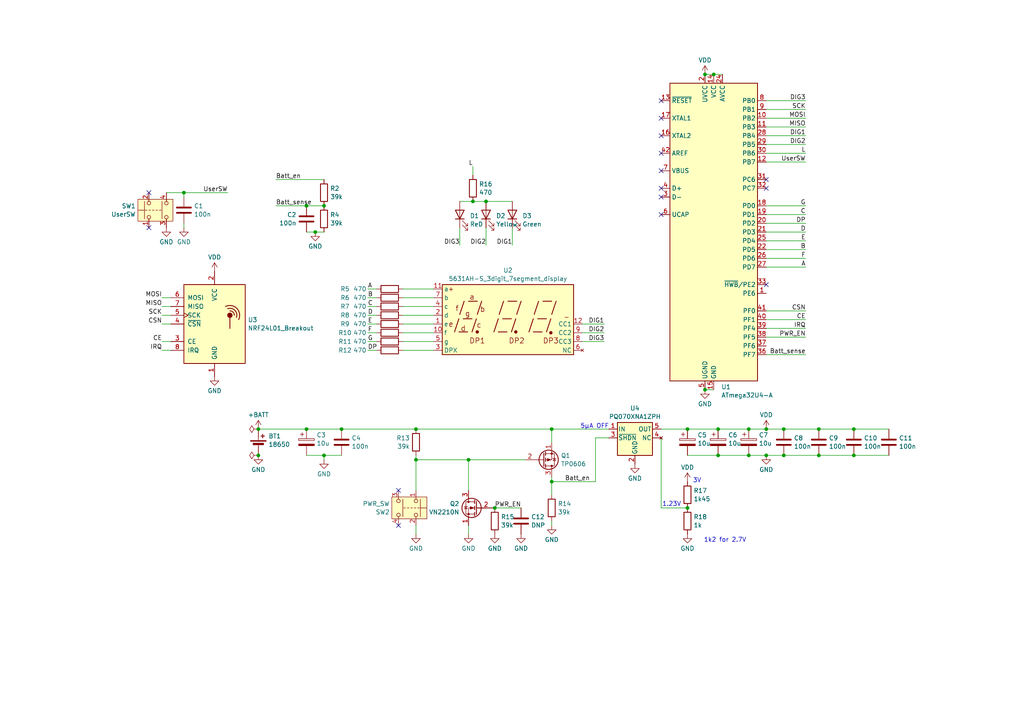
<source format=kicad_sch>
(kicad_sch (version 20231120) (generator "eeschema") (generator_version "8.0")
  (paper "A4")
  (lib_symbols
    (symbol "Device:Battery_Cell" (pin_numbers hide) (pin_names (offset 0) hide)
      (property "Reference" "BT" (at 2.54 2.54 0))
      (property "Value" "Battery_Cell" (at 2.54 0 0))
      (symbol "Battery_Cell_0_1"
        (rectangle (start -2.286 1.778) (end 2.286 1.524) (fill (type outline)))
        (rectangle (start -1.524 1.016) (end 1.524 0.508) (fill (type outline)))
        (polyline (pts (xy 0 0.762) (xy 0 0)))
        (polyline (pts (xy 0 1.778) (xy 0 2.54)))
        (polyline (pts (xy 0.762 3.048) (xy 1.778 3.048)) (stroke (width 0.254)))
        (polyline (pts (xy 1.27 3.556) (xy 1.27 2.54)) (stroke (width 0.254)))
      )
      (symbol "Battery_Cell_1_1"
        (pin passive line (at 0 5.08 270) (length 2.54) (name "+") (number "1"))
        (pin passive line (at 0 -2.54 90) (length 2.54) (name "-") (number "2"))
      )
    )
    (symbol "Device:C" (pin_numbers hide) (pin_names (offset 0.254))
      (property "Reference" "C" (at 0.635 2.54 0))
      (property "Value" "C" (at 0.635 -2.54 0))
      (symbol "C_0_1"
        (polyline (pts (xy -2.032 -0.762) (xy 2.032 -0.762)) (stroke (width 0.508)))
        (polyline (pts (xy -2.032 0.762) (xy 2.032 0.762)) (stroke (width 0.508)))
      )
      (symbol "C_1_1"
        (pin passive line (at 0 3.81 270) (length 2.794) (name "~") (number "1"))
        (pin passive line (at 0 -3.81 90) (length 2.794) (name "~") (number "2"))
      )
    )
    (symbol "Device:C_Polarized" (pin_numbers hide) (pin_names (offset 0.254))
      (property "Reference" "C" (at 0.635 2.54 0))
      (property "Value" "C_Polarized" (at 0.635 -2.54 0))
      (symbol "C_Polarized_0_1"
        (rectangle (start -2.286 0.508) (end 2.286 1.016))
        (polyline (pts (xy -1.778 2.286) (xy -0.762 2.286)))
        (polyline (pts (xy -1.27 2.794) (xy -1.27 1.778)))
        (rectangle (start 2.286 -0.508) (end -2.286 -1.016) (fill (type outline)))
      )
      (symbol "C_Polarized_1_1"
        (pin passive line (at 0 3.81 270) (length 2.794) (name "~") (number "1"))
        (pin passive line (at 0 -3.81 90) (length 2.794) (name "~") (number "2"))
      )
    )
    (symbol "Device:LED" (pin_numbers hide) (pin_names (offset 1.016) hide)
      (property "Reference" "D" (at 0 2.54 0))
      (property "Value" "LED" (at 0 -2.54 0))
      (symbol "LED_0_1"
        (polyline (pts (xy -1.27 -1.27) (xy -1.27 1.27)) (stroke (width 0.254)))
        (polyline (pts (xy -1.27 0) (xy 1.27 0)))
        (polyline (pts (xy 1.27 -1.27) (xy 1.27 1.27) (xy -1.27 0) (xy 1.27 -1.27)) (stroke (width 0.254)))
        (polyline (pts (xy -3.048 -0.762) (xy -4.572 -2.286) (xy -3.81 -2.286) (xy -4.572 -2.286) (xy -4.572 -1.524)))
        (polyline (pts (xy -1.778 -0.762) (xy -3.302 -2.286) (xy -2.54 -2.286) (xy -3.302 -2.286) (xy -3.302 -1.524)))
      )
      (symbol "LED_1_1"
        (pin passive line (at -3.81 0 0) (length 2.54) (name "K") (number "1"))
        (pin passive line (at 3.81 0 180) (length 2.54) (name "A") (number "2"))
      )
    )
    (symbol "Device:Q_NMOS_SGD" (pin_names (offset 0) hide)
      (property "Reference" "Q" (at 5.08 1.27 0))
      (property "Value" "Q_NMOS_SGD" (at 5.08 -1.27 0))
      (symbol "Q_NMOS_SGD_0_1"
        (polyline (pts (xy 0.254 0) (xy -2.54 0)))
        (polyline (pts (xy 0.254 1.905) (xy 0.254 -1.905)) (stroke (width 0.254)))
        (polyline (pts (xy 0.762 -1.27) (xy 0.762 -2.286)) (stroke (width 0.254)))
        (polyline (pts (xy 0.762 0.508) (xy 0.762 -0.508)) (stroke (width 0.254)))
        (polyline (pts (xy 0.762 2.286) (xy 0.762 1.27)) (stroke (width 0.254)))
        (polyline (pts (xy 2.54 2.54) (xy 2.54 1.778)))
        (polyline (pts (xy 2.54 -2.54) (xy 2.54 0) (xy 0.762 0)))
        (polyline (pts (xy 0.762 -1.778) (xy 3.302 -1.778) (xy 3.302 1.778) (xy 0.762 1.778)))
        (polyline (pts (xy 1.016 0) (xy 2.032 0.381) (xy 2.032 -0.381) (xy 1.016 0)) (fill (type outline)))
        (polyline (pts (xy 2.794 0.508) (xy 2.921 0.381) (xy 3.683 0.381) (xy 3.81 0.254)))
        (polyline (pts (xy 3.302 0.381) (xy 2.921 -0.254) (xy 3.683 -0.254) (xy 3.302 0.381)))
        (circle (center 1.651 0) (radius 2.794) (stroke (width 0.254)))
        (circle (center 2.54 -1.778) (radius 0.254) (fill (type outline)))
        (circle (center 2.54 1.778) (radius 0.254) (fill (type outline)))
      )
      (symbol "Q_NMOS_SGD_1_1"
        (pin passive line (at 2.54 -5.08 90) (length 2.54) (name "S") (number "1"))
        (pin input line (at -5.08 0 0) (length 5.08) (name "G") (number "2"))
        (pin passive line (at 2.54 5.08 270) (length 2.54) (name "D") (number "3"))
      )
    )
    (symbol "Device:R" (pin_numbers hide) (pin_names (offset 0))
      (property "Reference" "R" (at 2.032 0 90))
      (property "Value" "R" (at 0 0 90))
      (symbol "R_0_1"
        (rectangle (start -1.016 -2.54) (end 1.016 2.54) (stroke (width 0.254)))
      )
      (symbol "R_1_1"
        (pin passive line (at 0 3.81 270) (length 1.27) (name "~") (number "1"))
        (pin passive line (at 0 -3.81 90) (length 1.27) (name "~") (number "2"))
      )
    )
    (symbol "MCU_Microchip_ATmega:ATmega32U4-A"
      (property "Reference" "U" (at -12.7 44.45 0))
      (property "Value" "ATmega32U4-A" (at 2.54 -44.45 0))
      (symbol "ATmega32U4-A_0_1"
        (rectangle (start -12.7 -43.18) (end 12.7 43.18) (stroke (width 0.254)) (fill (type background)))
      )
      (symbol "ATmega32U4-A_1_1"
        (pin bidirectional line (at 15.24 -17.78 180) (length 2.54) (name "PE6") (number "1"))
        (pin bidirectional line (at 15.24 33.02 180) (length 2.54) (name "PB2") (number "10"))
        (pin bidirectional line (at 15.24 30.48 180) (length 2.54) (name "PB3") (number "11"))
        (pin bidirectional line (at 15.24 20.32 180) (length 2.54) (name "PB7") (number "12"))
        (pin input line (at -15.24 38.1 0) (length 2.54) (name "~{RESET}") (number "13"))
        (pin power_in line (at 0 45.72 270) (length 2.54) (name "VCC") (number "14"))
        (pin power_in line (at 0 -45.72 90) (length 2.54) (name "GND") (number "15"))
        (pin output line (at -15.24 27.94 0) (length 2.54) (name "XTAL2") (number "16"))
        (pin input line (at -15.24 33.02 0) (length 2.54) (name "XTAL1") (number "17"))
        (pin bidirectional line (at 15.24 7.62 180) (length 2.54) (name "PD0") (number "18"))
        (pin bidirectional line (at 15.24 5.08 180) (length 2.54) (name "PD1") (number "19"))
        (pin power_in line (at -2.54 45.72 270) (length 2.54) (name "UVCC") (number "2"))
        (pin bidirectional line (at 15.24 2.54 180) (length 2.54) (name "PD2") (number "20"))
        (pin bidirectional line (at 15.24 0 180) (length 2.54) (name "PD3") (number "21"))
        (pin bidirectional line (at 15.24 -5.08 180) (length 2.54) (name "PD5") (number "22"))
        (pin passive line (at 0 -45.72 90) (length 2.54) hide (name "GND") (number "23"))
        (pin power_in line (at 2.54 45.72 270) (length 2.54) (name "AVCC") (number "24"))
        (pin bidirectional line (at 15.24 -2.54 180) (length 2.54) (name "PD4") (number "25"))
        (pin bidirectional line (at 15.24 -7.62 180) (length 2.54) (name "PD6") (number "26"))
        (pin bidirectional line (at 15.24 -10.16 180) (length 2.54) (name "PD7") (number "27"))
        (pin bidirectional line (at 15.24 27.94 180) (length 2.54) (name "PB4") (number "28"))
        (pin bidirectional line (at 15.24 25.4 180) (length 2.54) (name "PB5") (number "29"))
        (pin bidirectional line (at -15.24 10.16 0) (length 2.54) (name "D-") (number "3"))
        (pin bidirectional line (at 15.24 22.86 180) (length 2.54) (name "PB6") (number "30"))
        (pin bidirectional line (at 15.24 15.24 180) (length 2.54) (name "PC6") (number "31"))
        (pin bidirectional line (at 15.24 12.7 180) (length 2.54) (name "PC7") (number "32"))
        (pin bidirectional line (at 15.24 -15.24 180) (length 2.54) (name "~{HWB}/PE2") (number "33"))
        (pin passive line (at 0 45.72 270) (length 2.54) hide (name "VCC") (number "34"))
        (pin passive line (at 0 -45.72 90) (length 2.54) hide (name "GND") (number "35"))
        (pin bidirectional line (at 15.24 -35.56 180) (length 2.54) (name "PF7") (number "36"))
        (pin bidirectional line (at 15.24 -33.02 180) (length 2.54) (name "PF6") (number "37"))
        (pin bidirectional line (at 15.24 -30.48 180) (length 2.54) (name "PF5") (number "38"))
        (pin bidirectional line (at 15.24 -27.94 180) (length 2.54) (name "PF4") (number "39"))
        (pin bidirectional line (at -15.24 12.7 0) (length 2.54) (name "D+") (number "4"))
        (pin bidirectional line (at 15.24 -25.4 180) (length 2.54) (name "PF1") (number "40"))
        (pin bidirectional line (at 15.24 -22.86 180) (length 2.54) (name "PF0") (number "41"))
        (pin passive line (at -15.24 22.86 0) (length 2.54) (name "AREF") (number "42"))
        (pin passive line (at 0 -45.72 90) (length 2.54) hide (name "GND") (number "43"))
        (pin passive line (at 2.54 45.72 270) (length 2.54) hide (name "AVCC") (number "44"))
        (pin passive line (at -2.54 -45.72 90) (length 2.54) (name "UGND") (number "5"))
        (pin passive line (at -15.24 5.08 0) (length 2.54) (name "UCAP") (number "6"))
        (pin input line (at -15.24 17.78 0) (length 2.54) (name "VBUS") (number "7"))
        (pin bidirectional line (at 15.24 38.1 180) (length 2.54) (name "PB0") (number "8"))
        (pin bidirectional line (at 15.24 35.56 180) (length 2.54) (name "PB1") (number "9"))
      )
    )
    (symbol "RF:NRF24L01_Breakout" (pin_names (offset 1.016))
      (property "Reference" "U" (at -8.89 12.7 0))
      (property "Value" "NRF24L01_Breakout" (at 3.81 12.7 0))
      (symbol "NRF24L01_Breakout_0_1"
        (rectangle (start -8.89 11.43) (end 8.89 -11.43) (stroke (width 0.254)) (fill (type background)))
        (polyline (pts (xy 4.445 1.905) (xy 4.445 -1.27)) (stroke (width 0.254)))
        (circle (center 4.445 2.54) (radius 0.635) (stroke (width 0.254)) (fill (type outline)))
        (arc (start 5.715 2.54) (mid 5.3521 3.4546) (end 4.445 3.81) (stroke (width 0.254)))
        (arc (start 6.35 1.905) (mid 5.8763 3.9854) (end 3.81 4.445) (stroke (width 0.254)))
        (arc (start 6.985 1.27) (mid 6.453 4.548) (end 3.175 5.08) (stroke (width 0.254)))
      )
      (symbol "NRF24L01_Breakout_1_1"
        (pin power_in line (at 0 -15.24 90) (length 3.81) (name "GND") (number "1"))
        (pin power_in line (at 0 15.24 270) (length 3.81) (name "VCC") (number "2"))
        (pin input line (at -12.7 -5.08 0) (length 3.81) (name "CE") (number "3"))
        (pin input line (at -12.7 0 0) (length 3.81) (name "~{CSN}") (number "4"))
        (pin input clock (at -12.7 2.54 0) (length 3.81) (name "SCK") (number "5"))
        (pin input line (at -12.7 7.62 0) (length 3.81) (name "MOSI") (number "6"))
        (pin output line (at -12.7 5.08 0) (length 3.81) (name "MISO") (number "7"))
        (pin output line (at -12.7 -7.62 0) (length 3.81) (name "IRQ") (number "8"))
      )
    )
    (symbol "Switch:SW_Push_Dual" (pin_names (offset 1.016) hide)
      (property "Reference" "SW" (at 0 7.62 0))
      (property "Value" "SW_Push_Dual" (at 0 -6.35 0))
      (symbol "SW_Push_Dual_0_1"
        (circle (center -2.032 -2.54) (radius 0.508))
        (circle (center -2.032 2.54) (radius 0.508))
        (polyline (pts (xy 0 -0.508) (xy 0 -1.016)))
        (polyline (pts (xy 0 0.508) (xy 0 0)))
        (polyline (pts (xy 0 1.016) (xy 0 1.524)))
        (polyline (pts (xy 0 2.032) (xy 0 2.54)))
        (polyline (pts (xy 0 3.048) (xy 0 3.556)))
        (polyline (pts (xy 0 3.81) (xy 0 5.588)))
        (polyline (pts (xy 2.54 -1.27) (xy -2.54 -1.27)))
        (polyline (pts (xy 2.54 3.81) (xy -2.54 3.81)))
        (circle (center 2.032 -2.54) (radius 0.508))
        (circle (center 2.032 2.54) (radius 0.508))
        (pin passive line (at -5.08 2.54 0) (length 2.54) (name "1") (number "1"))
        (pin passive line (at 5.08 2.54 180) (length 2.54) (name "2") (number "2"))
        (pin passive line (at -5.08 -2.54 0) (length 2.54) (name "3") (number "3"))
        (pin passive line (at 5.08 -2.54 180) (length 2.54) (name "4") (number "4"))
      )
      (symbol "SW_Push_Dual_1_1"
        (rectangle (start -3.175 5.715) (end 3.175 -4.445) (fill (type background)))
      )
    )
    (symbol "Transistor_FET:TP0610L" (pin_names hide)
      (property "Reference" "Q" (at 5.08 1.905 0))
      (property "Value" "TP0610L" (at 5.08 0 0))
      (symbol "TP0610L_0_1"
        (polyline (pts (xy 0.254 0) (xy -2.54 0)))
        (polyline (pts (xy 0.254 1.905) (xy 0.254 -1.905)) (stroke (width 0.254)))
        (polyline (pts (xy 0.762 -1.27) (xy 0.762 -2.286)) (stroke (width 0.254)))
        (polyline (pts (xy 0.762 0.508) (xy 0.762 -0.508)) (stroke (width 0.254)))
        (polyline (pts (xy 0.762 2.286) (xy 0.762 1.27)) (stroke (width 0.254)))
        (polyline (pts (xy 2.54 2.54) (xy 2.54 1.778)))
        (polyline (pts (xy 2.54 -2.54) (xy 2.54 0) (xy 0.762 0)))
        (polyline (pts (xy 0.762 1.778) (xy 3.302 1.778) (xy 3.302 -1.778) (xy 0.762 -1.778)))
        (polyline (pts (xy 2.286 0) (xy 1.27 0.381) (xy 1.27 -0.381) (xy 2.286 0)) (fill (type outline)))
        (polyline (pts (xy 2.794 -0.508) (xy 2.921 -0.381) (xy 3.683 -0.381) (xy 3.81 -0.254)))
        (polyline (pts (xy 3.302 -0.381) (xy 2.921 0.254) (xy 3.683 0.254) (xy 3.302 -0.381)))
        (circle (center 1.651 0) (radius 2.794) (stroke (width 0.254)))
        (circle (center 2.54 -1.778) (radius 0.254) (fill (type outline)))
        (circle (center 2.54 1.778) (radius 0.254) (fill (type outline)))
      )
      (symbol "TP0610L_1_1"
        (pin passive line (at 2.54 -5.08 90) (length 2.54) (name "S") (number "1"))
        (pin input line (at -5.08 0 0) (length 2.54) (name "G") (number "2"))
        (pin passive line (at 2.54 5.08 270) (length 2.54) (name "D") (number "3"))
      )
    )
    (symbol "_MYLIBRARY:5631AH-S_3digit_7segment_display"
      (property "Reference" "U" (at -17.018 11.684 0))
      (property "Value" "5631AH-S_3digit_7segment_display" (at 2.286 11.684 0))
      (symbol "5631AH-S_3digit_7segment_display_0_0"
        (rectangle (start -19.05 10.16) (end 19.05 -10.16) (stroke (width 0.254)) (fill (type background)))
        (polyline (pts (xy -15.494 -3.556) (xy -14.224 0.254)) (stroke (width 0.254)))
        (polyline (pts (xy -14.224 -3.556) (xy -11.684 -3.556)) (stroke (width 0.254)))
        (polyline (pts (xy -13.97 1.524) (xy -12.7 5.334)) (stroke (width 0.254)))
        (polyline (pts (xy -12.954 0.254) (xy -10.414 0.254)) (stroke (width 0.254)))
        (polyline (pts (xy -11.43 5.334) (xy -8.89 5.334)) (stroke (width 0.254)))
        (polyline (pts (xy -10.414 -3.556) (xy -9.144 0.254)) (stroke (width 0.254)))
        (polyline (pts (xy -8.89 1.524) (xy -7.62 5.334)) (stroke (width 0.254)))
        (polyline (pts (xy -4.064 -3.556) (xy -2.794 0.254)) (stroke (width 0.254)))
        (polyline (pts (xy -2.794 -3.556) (xy -0.254 -3.556)) (stroke (width 0.254)))
        (polyline (pts (xy -2.54 1.524) (xy -1.27 5.334)) (stroke (width 0.254)))
        (polyline (pts (xy -1.524 0.254) (xy 1.016 0.254)) (stroke (width 0.254)))
        (polyline (pts (xy 0 5.334) (xy 2.54 5.334)) (stroke (width 0.254)))
        (polyline (pts (xy 1.016 -3.556) (xy 2.286 0.254)) (stroke (width 0.254)))
        (polyline (pts (xy 2.54 1.524) (xy 3.81 5.334)) (stroke (width 0.254)))
        (polyline (pts (xy 6.096 -3.556) (xy 7.366 0.254)) (stroke (width 0.254)))
        (polyline (pts (xy 7.366 -3.556) (xy 9.906 -3.556)) (stroke (width 0.254)))
        (polyline (pts (xy 7.62 1.524) (xy 8.89 5.334)) (stroke (width 0.254)))
        (polyline (pts (xy 8.636 0.254) (xy 11.176 0.254)) (stroke (width 0.254)))
        (polyline (pts (xy 10.16 5.334) (xy 12.7 5.334)) (stroke (width 0.254)))
        (polyline (pts (xy 11.176 -3.556) (xy 12.446 0.254)) (stroke (width 0.254)))
        (polyline (pts (xy 12.7 1.524) (xy 13.97 5.334)) (stroke (width 0.254)))
        (text "a" (at -10.414 6.604 0) (effects (font (size 1.524 1.524))))
        (text "b" (at -7.366 3.048 0) (effects (font (size 1.524 1.524))))
        (text "c" (at -8.382 -1.524 0) (effects (font (size 1.524 1.524))))
        (text "d" (at -12.954 -2.54 0) (effects (font (size 1.524 1.524))))
        (text "DP1" (at -8.89 -6.096 0) (effects (font (size 1.524 1.524))))
        (text "DP2" (at 2.54 -6.096 0) (effects (font (size 1.524 1.524))))
        (text "DP3" (at 12.446 -6.096 0) (effects (font (size 1.524 1.524))))
        (text "e" (at -16.51 -1.27 0) (effects (font (size 1.524 1.524))))
        (text "f" (at -14.732 3.302 0) (effects (font (size 1.524 1.524))))
        (text "g" (at -11.684 1.778 0) (effects (font (size 1.524 1.524))))
      )
      (symbol "5631AH-S_3digit_7segment_display_0_1"
        (circle (center -8.89 -3.556) (radius 0.3556) (stroke (width 0.254)) (fill (type outline)))
        (circle (center 2.286 -3.556) (radius 0.3556) (stroke (width 0.254)) (fill (type outline)))
      )
      (symbol "5631AH-S_3digit_7segment_display_1_0"
        (circle (center 12.446 -3.81) (radius 0.3556) (stroke (width 0.254)) (fill (type outline)))
      )
      (symbol "5631AH-S_3digit_7segment_display_1_1"
        (text "+" (at -16.51 8.89 0) (effects (font (size 1.27 1.27))))
        (text "-" (at 17.018 0.762 0) (effects (font (size 1.27 1.27))))
        (pin input line (at -21.59 -1.27 0) (length 2.54) (name "e") (number "1"))
        (pin input line (at -21.59 -3.81 0) (length 2.54) (name "f") (number "10"))
        (pin input line (at -21.59 8.89 0) (length 2.54) (name "a") (number "11"))
        (pin input line (at 21.59 -1.27 180) (length 2.54) (name "CC1") (number "12"))
        (pin input line (at -21.59 1.27 0) (length 2.54) (name "d") (number "2"))
        (pin input line (at -21.59 -8.89 0) (length 2.54) (name "DPX") (number "3"))
        (pin input line (at -21.59 3.81 0) (length 2.54) (name "c") (number "4"))
        (pin input line (at -21.59 -6.35 0) (length 2.54) (name "g") (number "5"))
        (pin no_connect line (at 21.59 -8.89 180) (length 2.54) (name "NC") (number "6"))
        (pin input line (at -21.59 6.35 0) (length 2.54) (name "b") (number "7"))
        (pin input line (at 21.59 -6.35 180) (length 2.54) (name "CC3") (number "8"))
        (pin input line (at 21.59 -3.81 180) (length 2.54) (name "CC2") (number "9"))
      )
    )
    (symbol "_MYLIBRARY:MCP1711" (pin_names (offset 0.254))
      (property "Reference" "U6" (at 0 7.4549 0))
      (property "Value" "MCP1711" (at 0 5.5339 0))
      (symbol "MCP1711_0_1"
        (rectangle (start -5.08 4.445) (end 5.08 -5.08) (stroke (width 0.254)) (fill (type background)))
      )
      (symbol "MCP1711_1_1"
        (pin power_in line (at -7.62 2.54 0) (length 2.54) (name "IN") (number "1"))
        (pin power_in line (at 0 -7.62 90) (length 2.54) (name "GND") (number "2"))
        (pin input line (at -7.62 0 0) (length 2.54) (name "~{SHDN}") (number "3"))
        (pin no_connect line (at 7.62 0 180) (length 2.54) (name "NC") (number "4"))
        (pin power_out line (at 7.62 2.54 180) (length 2.54) (name "OUT") (number "5"))
      )
    )
    (symbol "power:+BATT" (power) (pin_names (offset 0))
      (property "Value" "+BATT" (at 0 3.556 0))
      (symbol "+BATT_0_1"
        (polyline (pts (xy -0.762 1.27) (xy 0 2.54)))
        (polyline (pts (xy 0 0) (xy 0 2.54)))
        (polyline (pts (xy 0 2.54) (xy 0.762 1.27)))
      )
      (symbol "+BATT_1_1"
        (pin power_in line (at 0 0 90) (length 0) hide (name "+BATT") (number "1"))
      )
    )
    (symbol "power:GND" (power) (pin_names (offset 0))
      (property "Value" "GND" (at 0 -3.81 0))
      (symbol "GND_0_1"
        (polyline (pts (xy 0 0) (xy 0 -1.27) (xy 1.27 -1.27) (xy 0 -2.54) (xy -1.27 -1.27) (xy 0 -1.27)))
      )
      (symbol "GND_1_1"
        (pin power_in line (at 0 0 270) (length 0) hide (name "GND") (number "1"))
      )
    )
    (symbol "power:PWR_FLAG" (power) (pin_numbers hide) (pin_names (offset 0) hide)
      (property "Value" "PWR_FLAG" (at 0 3.81 0))
      (symbol "PWR_FLAG_0_0"
        (pin power_out line (at 0 0 90) (length 0) (name "pwr") (number "1"))
      )
      (symbol "PWR_FLAG_0_1"
        (polyline (pts (xy 0 0) (xy 0 1.27) (xy -1.016 1.905) (xy 0 2.54) (xy 1.016 1.905) (xy 0 1.27)))
      )
    )
    (symbol "power:VDD" (power) (pin_names (offset 0))
      (property "Value" "VDD" (at 0 3.81 0))
      (symbol "VDD_0_1"
        (polyline (pts (xy -0.762 1.27) (xy 0 2.54)))
        (polyline (pts (xy 0 0) (xy 0 2.54)))
        (polyline (pts (xy 0 2.54) (xy 0.762 1.27)))
      )
      (symbol "VDD_1_1"
        (pin power_in line (at 0 0 90) (length 0) hide (name "VDD") (number "1"))
      )
    )
  )
  (junction (at 227.33 124.46))
  (junction (at 88.9 124.46))
  (junction (at 135.89 133.35))
  (junction (at 160.02 124.46))
  (junction (at 199.39 124.46))
  (junction (at 208.28 132.08))
  (junction (at 53.34 55.88))
  (junction (at 93.98 132.08))
  (junction (at 217.17 132.08))
  (junction (at 140.97 58.42))
  (junction (at 137.16 58.42))
  (junction (at 99.06 124.46))
  (junction (at 237.49 124.46))
  (junction (at 74.93 124.46))
  (junction (at 247.65 132.08))
  (junction (at 204.47 21.59))
  (junction (at 160.02 139.7))
  (junction (at 247.65 124.46))
  (junction (at 199.39 147.32))
  (junction (at 227.33 132.08))
  (junction (at 237.49 132.08))
  (junction (at 120.65 124.46))
  (junction (at 222.25 124.46))
  (junction (at 217.17 124.46))
  (junction (at 93.98 59.69))
  (junction (at 204.47 113.03))
  (junction (at 120.65 133.35))
  (junction (at 207.01 21.59))
  (junction (at 208.28 124.46))
  (junction (at 88.9 59.69))
  (junction (at 74.93 132.08))
  (junction (at 143.51 147.32))
  (junction (at 91.44 67.31))
  (junction (at 222.25 132.08))
  (no_connect (at 191.77 44.45))
  (no_connect (at 191.77 29.21))
  (no_connect (at 222.25 54.61))
  (no_connect (at 115.57 152.4))
  (no_connect (at 222.25 82.55))
  (no_connect (at 191.77 49.53))
  (no_connect (at 115.57 142.24))
  (no_connect (at 191.77 57.15))
  (no_connect (at 191.77 54.61))
  (no_connect (at 43.18 66.04))
  (no_connect (at 222.25 52.07))
  (no_connect (at 43.18 55.88))
  (no_connect (at 191.77 39.37))
  (no_connect (at 191.77 62.23))
  (no_connect (at 191.77 34.29))
  (wire (pts (xy 99.06 124.46) (xy 120.65 124.46)))
  (wire (pts (xy 116.84 96.52) (xy 125.73 96.52)))
  (wire (pts (xy 222.25 31.75) (xy 233.68 31.75)))
  (wire (pts (xy 88.9 132.08) (xy 93.98 132.08)))
  (wire (pts (xy 53.34 66.04) (xy 53.34 64.77)))
  (wire (pts (xy 160.02 124.46) (xy 176.53 124.46)))
  (wire (pts (xy 160.02 139.7) (xy 160.02 143.51)))
  (wire (pts (xy 46.99 86.36) (xy 49.53 86.36)))
  (wire (pts (xy 53.34 55.88) (xy 53.34 57.15)))
  (wire (pts (xy 247.65 132.08) (xy 257.81 132.08)))
  (wire (pts (xy 106.68 88.9) (xy 109.22 88.9)))
  (wire (pts (xy 48.26 55.88) (xy 53.34 55.88)))
  (wire (pts (xy 222.25 64.77) (xy 233.68 64.77)))
  (wire (pts (xy 160.02 138.43) (xy 160.02 139.7)))
  (wire (pts (xy 46.99 99.06) (xy 49.53 99.06)))
  (wire (pts (xy 222.25 62.23) (xy 233.68 62.23)))
  (wire (pts (xy 222.25 46.99) (xy 233.68 46.99)))
  (wire (pts (xy 106.68 86.36) (xy 109.22 86.36)))
  (wire (pts (xy 217.17 132.08) (xy 222.25 132.08)))
  (wire (pts (xy 222.25 72.39) (xy 233.68 72.39)))
  (wire (pts (xy 91.44 67.31) (xy 88.9 67.31)))
  (wire (pts (xy 137.16 58.42) (xy 140.97 58.42)))
  (wire (pts (xy 222.25 67.31) (xy 233.68 67.31)))
  (wire (pts (xy 222.25 36.83) (xy 233.68 36.83)))
  (wire (pts (xy 199.39 124.46) (xy 208.28 124.46)))
  (wire (pts (xy 116.84 93.98) (xy 125.73 93.98)))
  (wire (pts (xy 172.72 139.7) (xy 160.02 139.7)))
  (wire (pts (xy 125.73 86.36) (xy 116.84 86.36)))
  (wire (pts (xy 222.25 41.91) (xy 233.68 41.91)))
  (wire (pts (xy 227.33 124.46) (xy 237.49 124.46)))
  (wire (pts (xy 176.53 127) (xy 172.72 127)))
  (wire (pts (xy 217.17 124.46) (xy 222.25 124.46)))
  (wire (pts (xy 106.68 83.82) (xy 109.22 83.82)))
  (wire (pts (xy 222.25 69.85) (xy 233.68 69.85)))
  (wire (pts (xy 233.68 97.79) (xy 222.25 97.79)))
  (wire (pts (xy 247.65 124.46) (xy 257.81 124.46)))
  (wire (pts (xy 233.68 95.25) (xy 222.25 95.25)))
  (wire (pts (xy 93.98 132.08) (xy 93.98 133.35)))
  (wire (pts (xy 135.89 142.24) (xy 135.89 133.35)))
  (wire (pts (xy 204.47 113.03) (xy 207.01 113.03)))
  (wire (pts (xy 148.59 66.04) (xy 148.59 71.12)))
  (wire (pts (xy 135.89 154.94) (xy 135.89 152.4)))
  (wire (pts (xy 207.01 21.59) (xy 209.55 21.59)))
  (wire (pts (xy 222.25 59.69) (xy 233.68 59.69)))
  (wire (pts (xy 222.25 44.45) (xy 233.68 44.45)))
  (wire (pts (xy 140.97 58.42) (xy 148.59 58.42)))
  (wire (pts (xy 120.65 133.35) (xy 135.89 133.35)))
  (wire (pts (xy 133.35 58.42) (xy 137.16 58.42)))
  (wire (pts (xy 125.73 88.9) (xy 116.84 88.9)))
  (wire (pts (xy 191.77 124.46) (xy 199.39 124.46)))
  (wire (pts (xy 120.65 132.08) (xy 120.65 133.35)))
  (wire (pts (xy 46.99 93.98) (xy 49.53 93.98)))
  (wire (pts (xy 80.01 59.69) (xy 88.9 59.69)))
  (wire (pts (xy 168.91 96.52) (xy 175.26 96.52)))
  (wire (pts (xy 208.28 132.08) (xy 217.17 132.08)))
  (wire (pts (xy 120.65 154.94) (xy 120.65 152.4)))
  (wire (pts (xy 233.68 102.87) (xy 222.25 102.87)))
  (wire (pts (xy 80.01 52.07) (xy 93.98 52.07)))
  (wire (pts (xy 137.16 48.26) (xy 137.16 50.8)))
  (wire (pts (xy 208.28 124.46) (xy 217.17 124.46)))
  (wire (pts (xy 222.25 34.29) (xy 233.68 34.29)))
  (wire (pts (xy 88.9 59.69) (xy 93.98 59.69)))
  (wire (pts (xy 160.02 152.4) (xy 160.02 151.13)))
  (wire (pts (xy 120.65 124.46) (xy 160.02 124.46)))
  (wire (pts (xy 120.65 142.24) (xy 120.65 133.35)))
  (wire (pts (xy 160.02 128.27) (xy 160.02 124.46)))
  (wire (pts (xy 88.9 124.46) (xy 99.06 124.46)))
  (wire (pts (xy 74.93 124.46) (xy 88.9 124.46)))
  (wire (pts (xy 53.34 55.88) (xy 66.04 55.88)))
  (wire (pts (xy 106.68 101.6) (xy 109.22 101.6)))
  (wire (pts (xy 46.99 101.6) (xy 49.53 101.6)))
  (wire (pts (xy 91.44 67.31) (xy 93.98 67.31)))
  (wire (pts (xy 199.39 147.32) (xy 191.77 147.32)))
  (wire (pts (xy 116.84 101.6) (xy 125.73 101.6)))
  (wire (pts (xy 106.68 96.52) (xy 109.22 96.52)))
  (wire (pts (xy 172.72 127) (xy 172.72 139.7)))
  (wire (pts (xy 222.25 29.21) (xy 233.68 29.21)))
  (wire (pts (xy 133.35 66.04) (xy 133.35 71.12)))
  (wire (pts (xy 168.91 99.06) (xy 175.26 99.06)))
  (wire (pts (xy 106.68 91.44) (xy 109.22 91.44)))
  (wire (pts (xy 222.25 74.93) (xy 233.68 74.93)))
  (wire (pts (xy 168.91 93.98) (xy 175.26 93.98)))
  (wire (pts (xy 227.33 132.08) (xy 237.49 132.08)))
  (wire (pts (xy 222.25 77.47) (xy 233.68 77.47)))
  (wire (pts (xy 233.68 90.17) (xy 222.25 90.17)))
  (wire (pts (xy 199.39 132.08) (xy 208.28 132.08)))
  (wire (pts (xy 237.49 132.08) (xy 247.65 132.08)))
  (wire (pts (xy 116.84 99.06) (xy 125.73 99.06)))
  (wire (pts (xy 191.77 147.32) (xy 191.77 127)))
  (wire (pts (xy 237.49 124.46) (xy 247.65 124.46)))
  (wire (pts (xy 106.68 93.98) (xy 109.22 93.98)))
  (wire (pts (xy 125.73 83.82) (xy 116.84 83.82)))
  (wire (pts (xy 222.25 132.08) (xy 227.33 132.08)))
  (wire (pts (xy 204.47 21.59) (xy 207.01 21.59)))
  (wire (pts (xy 106.68 99.06) (xy 109.22 99.06)))
  (wire (pts (xy 135.89 133.35) (xy 152.4 133.35)))
  (wire (pts (xy 143.51 147.32) (xy 151.13 147.32)))
  (wire (pts (xy 222.25 124.46) (xy 227.33 124.46)))
  (wire (pts (xy 140.97 66.04) (xy 140.97 71.12)))
  (wire (pts (xy 125.73 91.44) (xy 116.84 91.44)))
  (wire (pts (xy 93.98 132.08) (xy 99.06 132.08)))
  (wire (pts (xy 222.25 39.37) (xy 233.68 39.37)))
  (wire (pts (xy 46.99 88.9) (xy 49.53 88.9)))
  (wire (pts (xy 233.68 92.71) (xy 222.25 92.71)))
  (wire (pts (xy 46.99 91.44) (xy 49.53 91.44)))
  (text "1.23V" (at 194.818 146.304 0) (effects (font (size 1.27 1.27))))
  (text "3V" (at 202.184 139.446 0) (effects (font (size 1.27 1.27))))
  (text "5µA OFF" (at 172.466 123.698 0) (effects (font (size 1.27 1.27))))
  (text "1k2 for 2.7V" (at 210.312 156.718 0) (effects (font (size 1.27 1.27))))
  (label "A" (at 233.68 77.47 180))
  (label "E" (at 233.68 69.85 180))
  (label "DIG1" (at 175.26 93.98 180))
  (label "CE" (at 46.99 99.06 180))
  (label "IRQ" (at 233.68 95.25 180))
  (label "SCK" (at 233.68 31.75 180))
  (label "PWR_EN" (at 151.13 147.32 180))
  (label "DIG1" (at 233.68 39.37 180))
  (label "PWR_EN" (at 233.68 97.79 180))
  (label "Batt_en" (at 80.01 52.07 0))
  (label "CSN" (at 46.99 93.98 180))
  (label "DIG3" (at 175.26 99.06 180))
  (label "F" (at 106.68 96.52 0))
  (label "B" (at 233.68 72.39 180))
  (label "CSN" (at 233.68 90.17 180))
  (label "CE" (at 233.68 92.71 180))
  (label "G" (at 233.68 59.69 180))
  (label "E" (at 106.68 93.98 0))
  (label "Batt_sense" (at 80.01 59.69 0))
  (label "DP" (at 106.68 101.6 0))
  (label "DIG3" (at 133.35 71.12 180))
  (label "L" (at 137.16 48.26 180))
  (label "A" (at 106.68 83.82 0))
  (label "L" (at 233.68 44.45 180))
  (label "DP" (at 233.68 64.77 180))
  (label "F" (at 233.68 74.93 180))
  (label "C" (at 233.68 62.23 180))
  (label "D" (at 233.68 67.31 180))
  (label "MISO" (at 46.99 88.9 180))
  (label "Batt_en" (at 163.83 139.7 0))
  (label "D" (at 106.68 91.44 0))
  (label "MISO" (at 233.68 36.83 180))
  (label "DIG2" (at 175.26 96.52 180))
  (label "G" (at 106.68 99.06 0))
  (label "MOSI" (at 233.68 34.29 180))
  (label "IRQ" (at 46.99 101.6 180))
  (label "DIG1" (at 148.59 71.12 180))
  (label "DIG2" (at 140.97 71.12 180))
  (label "Batt_sense" (at 233.68 102.87 180))
  (label "MOSI" (at 46.99 86.36 180))
  (label "C" (at 106.68 88.9 0))
  (label "SCK" (at 46.99 91.44 180))
  (label "DIG3" (at 233.68 29.21 180))
  (label "B" (at 106.68 86.36 0))
  (label "UserSW" (at 66.04 55.88 180))
  (label "DIG2" (at 233.68 41.91 180))
  (label "UserSW" (at 233.68 46.99 180))
  (symbol (lib_id "Device:R") (at 113.03 96.52 90) (unit 1)
    (property "Reference" "R10" (at 100.076 96.52 90))
    (property "Value" "470" (at 104.394 96.52 90))
    (property "Footprint" "Resistor_SMD:R_0603_1608Metric_Pad0.98x0.95mm_HandSolder" (effects (hide yes)))
    (property "Description" "Resistor" (effects (hide yes)))
  )
  (symbol (lib_id "Device:R") (at 113.03 99.06 90) (unit 1)
    (property "Reference" "R11" (at 100.076 99.06 90))
    (property "Value" "470" (at 104.394 99.06 90))
    (property "Footprint" "Resistor_SMD:R_0603_1608Metric_Pad0.98x0.95mm_HandSolder" (effects (hide yes)))
    (property "Description" "Resistor" (effects (hide yes)))
  )
  (symbol (lib_id "Device:C") (at 227.33 128.27 0) (unit 1)
    (property "Reference" "C8" (at 230.251 127.0578 0) (effects (justify left)))
    (property "Value" "100n" (at 230.251 129.4821 0) (effects (justify left)))
    (property "Footprint" "Capacitor_SMD:C_0603_1608Metric_Pad1.08x0.95mm_HandSolder" (effects (hide yes)))
    (property "Description" "Unpolarized capacitor" (effects (hide yes)))
  )
  (symbol (lib_id "power:PWR_FLAG") (at 74.93 132.08 90) (unit 1)
    (property "Reference" "#FLG02" (effects (hide yes)))
    (property "Value" "PWR_FLAG" (effects (hide yes)))
    (property "Description" "Special symbol for telling ERC where power comes from" (effects (hide yes)))
  )
  (symbol (lib_id "power:GND") (at 135.89 154.94 0) (unit 1)
    (property "Reference" "#PWR019" (effects (hide yes)))
    (property "Value" "GND" (at 135.89 159.0731 0))
    (property "Description" "Power symbol creates a global label with name \"GND\" , ground" (effects (hide yes)))
  )
  (symbol (lib_id "Device:R") (at 143.51 151.13 180) (unit 1)
    (property "Reference" "R15" (at 145.288 149.9178 0) (effects (justify right)))
    (property "Value" "39k" (at 145.288 152.3421 0) (effects (justify right)))
    (property "Footprint" "Resistor_SMD:R_0603_1608Metric_Pad0.98x0.95mm_HandSolder" (effects (hide yes)))
    (property "Description" "Resistor" (effects (hide yes)))
  )
  (symbol (lib_id "MCU_Microchip_ATmega:ATmega32U4-A") (at 207.01 67.31 0) (unit 1)
    (property "Reference" "U1" (at 209.2041 112.2101 0) (effects (justify left)))
    (property "Value" "ATmega32U4-A" (at 209.2041 114.6344 0) (effects (justify left)))
    (property "Footprint" "Package_QFP:TQFP-44_10x10mm_P0.8mm" (effects (hide yes)))
    (property "Datasheet" "http://ww1.microchip.com/downloads/en/DeviceDoc/Atmel-7766-8-bit-AVR-ATmega16U4-32U4_Datasheet.pdf" (effects (hide yes)))
    (property "Description" "16MHz, 32kB Flash, 2.5kB SRAM, 1kB EEPROM, USB 2.0, TQFP-44" (effects (hide yes)))
  )
  (symbol (lib_id "Device:R") (at 137.16 54.61 180) (unit 1)
    (property "Reference" "R16" (at 138.938 53.3978 0) (effects (justify right)))
    (property "Value" "470" (at 138.938 55.8221 0) (effects (justify right)))
    (property "Footprint" "Resistor_SMD:R_0603_1608Metric_Pad0.98x0.95mm_HandSolder" (effects (hide yes)))
    (property "Description" "Resistor" (effects (hide yes)))
  )
  (symbol (lib_id "Device:C") (at 53.34 60.96 0) (unit 1)
    (property "Reference" "C1" (at 56.261 59.7478 0) (effects (justify left)))
    (property "Value" "100n" (at 56.261 62.1721 0) (effects (justify left)))
    (property "Footprint" "Capacitor_SMD:C_0603_1608Metric_Pad1.08x0.95mm_HandSolder" (effects (hide yes)))
    (property "Description" "Unpolarized capacitor" (effects (hide yes)))
  )
  (symbol (lib_id "RF:NRF24L01_Breakout") (at 62.23 93.98 0) (unit 1)
    (property "Reference" "U3" (at 71.882 92.7678 0) (effects (justify left)))
    (property "Value" "NRF24L01_Breakout" (at 71.882 95.1921 0) (effects (justify left)))
    (property "Footprint" "RF_Module:nRF24L01_Breakout" (effects (hide yes)))
    (property "Datasheet" "http://www.nordicsemi.com/eng/content/download/2730/34105/file/nRF24L01_Product_Specification_v2_0.pdf" (effects (hide yes)))
    (property "Description" "Ultra low power 2.4GHz RF Transceiver, Carrier PCB" (effects (hide yes)))
  )
  (symbol (lib_id "power:GND") (at 91.44 67.31 0) (unit 1)
    (property "Reference" "#PWR04" (effects (hide yes)))
    (property "Value" "GND" (at 91.44 71.4431 0))
    (property "Description" "Power symbol creates a global label with name \"GND\" , ground" (effects (hide yes)))
  )
  (symbol (lib_id "Transistor_FET:TP0610L") (at 157.48 133.35 0) (mirror x) (unit 1)
    (property "Reference" "Q1" (at 162.687 132.1378 0) (effects (justify left)))
    (property "Value" "TP0606" (at 162.687 134.5621 0) (effects (justify left)))
    (property "Footprint" "Package_TO_SOT_THT:TO-92L_Inline" (effects (hide yes)))
    (property "Datasheet" "http://www.vishay.com/docs/70209/70209.pdf" (effects (hide yes)))
    (property "Description" "-0.18A Id, -60V Vds, P-Channel MOSFET, TO-92" (effects (hide yes)))
  )
  (symbol (lib_id "power:GND") (at 53.34 66.04 0) (unit 1)
    (property "Reference" "#PWR03" (effects (hide yes)))
    (property "Value" "GND" (at 53.34 70.1731 0))
    (property "Description" "Power symbol creates a global label with name \"GND\" , ground" (effects (hide yes)))
  )
  (symbol (lib_id "Device:C") (at 257.81 128.27 0) (unit 1)
    (property "Reference" "C11" (at 260.731 127.0578 0) (effects (justify left)))
    (property "Value" "100n" (at 260.731 129.4821 0) (effects (justify left)))
    (property "Footprint" "Capacitor_SMD:C_0603_1608Metric_Pad1.08x0.95mm_HandSolder" (effects (hide yes)))
    (property "Description" "Unpolarized capacitor" (effects (hide yes)))
  )
  (symbol (lib_id "power:GND") (at 199.39 154.94 0) (unit 1)
    (property "Reference" "#PWR05" (effects (hide yes)))
    (property "Value" "GND" (at 199.39 159.0731 0))
    (property "Description" "Power symbol creates a global label with name \"GND\" , ground" (effects (hide yes)))
  )
  (symbol (lib_id "Device:R") (at 93.98 55.88 180) (unit 1)
    (property "Reference" "R2" (at 95.758 54.6678 0) (effects (justify right)))
    (property "Value" "39k" (at 95.758 57.0921 0) (effects (justify right)))
    (property "Footprint" "Resistor_SMD:R_0603_1608Metric_Pad0.98x0.95mm_HandSolder" (effects (hide yes)))
    (property "Description" "Resistor" (effects (hide yes)))
  )
  (symbol (lib_id "Device:LED") (at 140.97 62.23 90) (unit 1)
    (property "Reference" "D2" (at 143.891 62.6053 90) (effects (justify right)))
    (property "Value" "Yellow" (at 143.891 65.0296 90) (effects (justify right)))
    (property "Description" "Light emitting diode" (effects (hide yes)))
  )
  (symbol (lib_id "Device:R") (at 93.98 63.5 180) (unit 1)
    (property "Reference" "R4" (at 95.758 62.2878 0) (effects (justify right)))
    (property "Value" "39k" (at 95.758 64.7121 0) (effects (justify right)))
    (property "Footprint" "Resistor_SMD:R_0603_1608Metric_Pad0.98x0.95mm_HandSolder" (effects (hide yes)))
    (property "Description" "Resistor" (effects (hide yes)))
  )
  (symbol (lib_id "power:VDD") (at 199.39 139.7 0) (unit 1)
    (property "Reference" "#PWR09" (effects (hide yes)))
    (property "Value" "VDD" (at 199.39 135.5669 0))
    (property "Description" "Power symbol creates a global label with name \"VDD\"" (effects (hide yes)))
  )
  (symbol (lib_id "_MYLIBRARY:5631AH-S_3digit_7segment_display") (at 147.32 92.71 0) (unit 1)
    (property "Reference" "U2" (at 147.32 78.4055 0))
    (property "Value" "5631AH-S_3digit_7segment_display" (at 147.32 80.8298 0))
    (property "Footprint" "footprints:5631AH-S_3digit_7segment_display" (effects (hide yes)))
  )
  (symbol (lib_id "power:GND") (at 120.65 154.94 0) (unit 1)
    (property "Reference" "#PWR018" (effects (hide yes)))
    (property "Value" "GND" (at 120.65 159.0731 0))
    (property "Description" "Power symbol creates a global label with name \"GND\" , ground" (effects (hide yes)))
  )
  (symbol (lib_id "power:PWR_FLAG") (at 74.93 124.46 90) (unit 1)
    (property "Reference" "#FLG01" (effects (hide yes)))
    (property "Value" "PWR_FLAG" (effects (hide yes)))
    (property "Description" "Special symbol for telling ERC where power comes from" (effects (hide yes)))
  )
  (symbol (lib_id "Switch:SW_Push_Dual") (at 118.11 147.32 270) (unit 1)
    (property "Reference" "SW2" (at 113.03 148.5322 90) (effects (justify right)))
    (property "Value" "PWR_SW" (at 113.03 146.1079 90) (effects (justify right)))
    (property "Footprint" "Button_Switch_THT:Push_E-Switch_KS01Q01" (effects (hide yes)))
    (property "Description" "Push button switch, generic, symbol, four pins" (effects (hide yes)))
  )
  (symbol (lib_id "Device:R") (at 113.03 88.9 90) (unit 1)
    (property "Reference" "R7" (at 100.076 88.9 90))
    (property "Value" "470" (at 104.394 88.9 90))
    (property "Footprint" "Resistor_SMD:R_0603_1608Metric_Pad0.98x0.95mm_HandSolder" (effects (hide yes)))
    (property "Description" "Resistor" (effects (hide yes)))
  )
  (symbol (lib_id "Device:R") (at 199.39 151.13 180) (unit 1)
    (property "Reference" "R18" (at 201.168 149.9178 0) (effects (justify right)))
    (property "Value" "1k" (at 201.168 152.3421 0) (effects (justify right)))
    (property "Footprint" "Resistor_SMD:R_0603_1608Metric_Pad0.98x0.95mm_HandSolder" (effects (hide yes)))
    (property "Description" "Resistor" (effects (hide yes)))
  )
  (symbol (lib_id "Device:C") (at 237.49 128.27 0) (unit 1)
    (property "Reference" "C9" (at 240.411 127.0578 0) (effects (justify left)))
    (property "Value" "100n" (at 240.411 129.4821 0) (effects (justify left)))
    (property "Footprint" "Capacitor_SMD:C_0603_1608Metric_Pad1.08x0.95mm_HandSolder" (effects (hide yes)))
    (property "Description" "Unpolarized capacitor" (effects (hide yes)))
  )
  (symbol (lib_id "Device:R") (at 199.39 143.51 180) (unit 1)
    (property "Reference" "R17" (at 201.168 142.2978 0) (effects (justify right)))
    (property "Value" "1k45" (at 201.168 144.7221 0) (effects (justify right)))
    (property "Footprint" "Resistor_SMD:R_0603_1608Metric_Pad0.98x0.95mm_HandSolder" (effects (hide yes)))
    (property "Description" "Resistor" (effects (hide yes)))
  )
  (symbol (lib_id "Device:C") (at 247.65 128.27 0) (unit 1)
    (property "Reference" "C10" (at 250.571 127.0578 0) (effects (justify left)))
    (property "Value" "100n" (at 250.571 129.4821 0) (effects (justify left)))
    (property "Footprint" "Capacitor_SMD:C_0603_1608Metric_Pad1.08x0.95mm_HandSolder" (effects (hide yes)))
    (property "Description" "Unpolarized capacitor" (effects (hide yes)))
  )
  (symbol (lib_id "power:GND") (at 160.02 152.4 0) (unit 1)
    (property "Reference" "#PWR017" (effects (hide yes)))
    (property "Value" "GND" (at 160.02 156.5331 0))
    (property "Description" "Power symbol creates a global label with name \"GND\" , ground" (effects (hide yes)))
  )
  (symbol (lib_id "power:GND") (at 143.51 154.94 0) (unit 1)
    (property "Reference" "#PWR020" (effects (hide yes)))
    (property "Value" "GND" (at 143.51 159.0731 0))
    (property "Description" "Power symbol creates a global label with name \"GND\" , ground" (effects (hide yes)))
  )
  (symbol (lib_id "Device:LED") (at 148.59 62.23 90) (unit 1)
    (property "Reference" "D3" (at 151.511 62.6053 90) (effects (justify right)))
    (property "Value" "Green" (at 151.511 65.0296 90) (effects (justify right)))
    (property "Description" "Light emitting diode" (effects (hide yes)))
  )
  (symbol (lib_id "Device:C_Polarized") (at 199.39 128.27 0) (unit 1)
    (property "Reference" "C5" (at 202.311 126.1688 0) (effects (justify left)))
    (property "Value" "10u" (at 202.311 128.5931 0) (effects (justify left)))
    (property "Footprint" "Capacitor_SMD:C_0805_2012Metric_Pad1.18x1.45mm_HandSolder" (effects (hide yes)))
    (property "Description" "Polarized capacitor" (effects (hide yes)))
  )
  (symbol (lib_id "Device:R") (at 160.02 147.32 180) (unit 1)
    (property "Reference" "R14" (at 161.798 146.1078 0) (effects (justify right)))
    (property "Value" "39k" (at 161.798 148.5321 0) (effects (justify right)))
    (property "Footprint" "Resistor_SMD:R_0603_1608Metric_Pad0.98x0.95mm_HandSolder" (effects (hide yes)))
    (property "Description" "Resistor" (effects (hide yes)))
  )
  (symbol (lib_id "power:VDD") (at 62.23 78.74 0) (unit 1)
    (property "Reference" "#PWR06" (effects (hide yes)))
    (property "Value" "VDD" (at 62.23 74.6069 0))
    (property "Description" "Power symbol creates a global label with name \"VDD\"" (effects (hide yes)))
  )
  (symbol (lib_id "power:VDD") (at 204.47 21.59 0) (unit 1)
    (property "Reference" "#PWR01" (effects (hide yes)))
    (property "Value" "VDD" (at 204.47 17.4569 0))
    (property "Description" "Power symbol creates a global label with name \"VDD\"" (effects (hide yes)))
  )
  (symbol (lib_id "power:GND") (at 48.26 66.04 0) (unit 1)
    (property "Reference" "#PWR02" (effects (hide yes)))
    (property "Value" "GND" (at 48.26 70.1731 0))
    (property "Description" "Power symbol creates a global label with name \"GND\" , ground" (effects (hide yes)))
  )
  (symbol (lib_id "power:VDD") (at 222.25 124.46 0) (unit 1)
    (property "Reference" "#PWR011" (effects (hide yes)))
    (property "Value" "VDD" (at 222.25 120.3269 0))
    (property "Description" "Power symbol creates a global label with name \"VDD\"" (effects (hide yes)))
  )
  (symbol (lib_id "Device:R") (at 113.03 101.6 90) (unit 1)
    (property "Reference" "R12" (at 100.076 101.6 90))
    (property "Value" "470" (at 104.394 101.6 90))
    (property "Footprint" "Resistor_SMD:R_0603_1608Metric_Pad0.98x0.95mm_HandSolder" (effects (hide yes)))
    (property "Description" "Resistor" (effects (hide yes)))
  )
  (symbol (lib_id "power:GND") (at 62.23 109.22 0) (unit 1)
    (property "Reference" "#PWR08" (effects (hide yes)))
    (property "Value" "GND" (at 62.23 113.3531 0))
    (property "Description" "Power symbol creates a global label with name \"GND\" , ground" (effects (hide yes)))
  )
  (symbol (lib_id "Device:C_Polarized") (at 88.9 128.27 0) (unit 1)
    (property "Reference" "C3" (at 91.821 126.1688 0) (effects (justify left)))
    (property "Value" "10u" (at 91.821 128.5931 0) (effects (justify left)))
    (property "Footprint" "Capacitor_SMD:C_0805_2012Metric_Pad1.18x1.45mm_HandSolder" (effects (hide yes)))
    (property "Description" "Polarized capacitor" (effects (hide yes)))
  )
  (symbol (lib_id "Device:C") (at 99.06 128.27 0) (unit 1)
    (property "Reference" "C4" (at 101.981 127.0578 0) (effects (justify left)))
    (property "Value" "100n" (at 101.981 129.4821 0) (effects (justify left)))
    (property "Footprint" "Capacitor_SMD:C_0603_1608Metric_Pad1.08x0.95mm_HandSolder" (effects (hide yes)))
    (property "Description" "Unpolarized capacitor" (effects (hide yes)))
  )
  (symbol (lib_id "Device:R") (at 113.03 86.36 90) (unit 1)
    (property "Reference" "R6" (at 100.076 86.36 90))
    (property "Value" "470" (at 104.394 86.36 90))
    (property "Footprint" "Resistor_SMD:R_0603_1608Metric_Pad0.98x0.95mm_HandSolder" (effects (hide yes)))
    (property "Description" "Resistor" (effects (hide yes)))
  )
  (symbol (lib_id "power:GND") (at 151.13 154.94 0) (unit 1)
    (property "Reference" "#PWR016" (effects (hide yes)))
    (property "Value" "GND" (at 151.13 159.0731 0))
    (property "Description" "Power symbol creates a global label with name \"GND\" , ground" (effects (hide yes)))
  )
  (symbol (lib_id "Device:R") (at 113.03 83.82 90) (unit 1)
    (property "Reference" "R5" (at 100.076 83.82 90))
    (property "Value" "470" (at 104.394 83.82 90))
    (property "Footprint" "Resistor_SMD:R_0603_1608Metric_Pad0.98x0.95mm_HandSolder" (effects (hide yes)))
    (property "Description" "Resistor" (effects (hide yes)))
  )
  (symbol (lib_id "Device:C") (at 88.9 63.5 0) (unit 1)
    (property "Reference" "C2" (at 85.9791 62.2878 0) (effects (justify right)))
    (property "Value" "100n" (at 85.9791 64.7121 0) (effects (justify right)))
    (property "Footprint" "Capacitor_SMD:C_0603_1608Metric_Pad1.08x0.95mm_HandSolder" (effects (hide yes)))
    (property "Description" "Unpolarized capacitor" (effects (hide yes)))
  )
  (symbol (lib_id "Device:C") (at 151.13 151.13 0) (unit 1)
    (property "Reference" "C12" (at 154.051 149.9178 0) (effects (justify left)))
    (property "Value" "DNP" (at 154.051 152.3421 0) (effects (justify left)))
    (property "Description" "Unpolarized capacitor" (effects (hide yes)))
  )
  (symbol (lib_id "power:GND") (at 222.25 132.08 0) (unit 1)
    (property "Reference" "#PWR013" (effects (hide yes)))
    (property "Value" "GND" (at 222.25 136.2131 0))
    (property "Description" "Power symbol creates a global label with name \"GND\" , ground" (effects (hide yes)))
  )
  (symbol (lib_id "Device:R") (at 113.03 93.98 90) (unit 1)
    (property "Reference" "R9" (at 100.076 93.98 90))
    (property "Value" "470" (at 104.394 93.98 90))
    (property "Footprint" "Resistor_SMD:R_0603_1608Metric_Pad0.98x0.95mm_HandSolder" (effects (hide yes)))
    (property "Description" "Resistor" (effects (hide yes)))
  )
  (symbol (lib_id "Device:R") (at 113.03 91.44 90) (unit 1)
    (property "Reference" "R8" (at 100.076 91.44 90))
    (property "Value" "470" (at 104.394 91.44 90))
    (property "Footprint" "Resistor_SMD:R_0603_1608Metric_Pad0.98x0.95mm_HandSolder" (effects (hide yes)))
    (property "Description" "Resistor" (effects (hide yes)))
  )
  (symbol (lib_id "Switch:SW_Push_Dual") (at 45.72 60.96 90) (unit 1)
    (property "Reference" "SW1" (at 39.3701 59.7478 90) (effects (justify left)))
    (property "Value" "UserSW" (at 39.3701 62.1721 90) (effects (justify left)))
    (property "Footprint" "Button_Switch_THT:Push_E-Switch_KS01Q01" (effects (hide yes)))
    (property "Description" "Push button switch, generic, symbol, four pins" (effects (hide yes)))
  )
  (symbol (lib_id "Device:Q_NMOS_SGD") (at 138.43 147.32 0) (mirror y) (unit 1)
    (property "Reference" "Q2" (at 133.223 146.1078 0) (effects (justify left)))
    (property "Value" "VN2210N" (at 133.223 148.5321 0) (effects (justify left)))
    (property "Description" "N-MOSFET transistor, source/gate/drain" (effects (hide yes)))
  )
  (symbol (lib_id "Device:Battery_Cell") (at 74.93 129.54 0) (unit 1)
    (property "Reference" "BT1" (at 77.851 126.4863 0) (effects (justify left)))
    (property "Value" "18650" (at 77.851 128.9106 0) (effects (justify left)))
    (property "Footprint" "TerminalBlock:TerminalBlock_bornier-2_P5.08mm" (effects (hide yes)))
    (property "Description" "Single-cell battery" (effects (hide yes)))
  )
  (symbol (lib_id "_MYLIBRARY:MCP1711") (at 184.15 127 0) (unit 1)
    (property "Reference" "U4" (at 184.15 118.4105 0))
    (property "Value" "PQ070XNA1ZPH" (at 184.15 120.8348 0))
    (property "Footprint" "Package_TO_SOT_SMD:SOT-23-5" (effects (hide yes)))
    (property "Datasheet" "https://ww1.microchip.com/downloads/en/DeviceDoc/20005415D.pdf" (effects (hide yes)))
    (property "Description" "150mA low dropout linear regulator, fixed 3.3V output, SOT-23-5" (effects (hide yes)))
  )
  (symbol (lib_id "power:GND") (at 74.93 132.08 0) (unit 1)
    (property "Reference" "#PWR012" (effects (hide yes)))
    (property "Value" "GND" (at 74.93 136.2131 0))
    (property "Description" "Power symbol creates a global label with name \"GND\" , ground" (effects (hide yes)))
  )
  (symbol (lib_id "power:+BATT") (at 74.93 124.46 0) (unit 1)
    (property "Reference" "#PWR010" (effects (hide yes)))
    (property "Value" "+BATT" (at 74.93 120.3269 0))
    (property "Description" "Power symbol creates a global label with name \"+BATT\"" (effects (hide yes)))
  )
  (symbol (lib_id "Device:R") (at 120.65 128.27 0) (unit 1)
    (property "Reference" "R13" (at 118.872 127.0578 0) (effects (justify right)))
    (property "Value" "39k" (at 118.872 129.4821 0) (effects (justify right)))
    (property "Footprint" "Resistor_SMD:R_0603_1608Metric_Pad0.98x0.95mm_HandSolder" (effects (hide yes)))
    (property "Description" "Resistor" (effects (hide yes)))
  )
  (symbol (lib_id "Device:LED") (at 133.35 62.23 90) (unit 1)
    (property "Reference" "D1" (at 136.271 62.6053 90) (effects (justify right)))
    (property "Value" "ReD" (at 136.271 65.0296 90) (effects (justify right)))
    (property "Description" "Light emitting diode" (effects (hide yes)))
  )
  (symbol (lib_id "Device:C_Polarized") (at 208.28 128.27 0) (unit 1)
    (property "Reference" "C6" (at 211.201 126.1688 0) (effects (justify left)))
    (property "Value" "10u" (at 211.201 128.5931 0) (effects (justify left)))
    (property "Footprint" "Capacitor_SMD:C_0805_2012Metric_Pad1.18x1.45mm_HandSolder" (effects (hide yes)))
    (property "Description" "Polarized capacitor" (effects (hide yes)))
  )
  (symbol (lib_id "power:GND") (at 93.98 133.35 0) (unit 1)
    (property "Reference" "#PWR014" (effects (hide yes)))
    (property "Value" "GND" (at 93.98 137.4831 0))
    (property "Description" "Power symbol creates a global label with name \"GND\" , ground" (effects (hide yes)))
  )
  (symbol (lib_id "power:GND") (at 184.15 134.62 0) (unit 1)
    (property "Reference" "#PWR015" (effects (hide yes)))
    (property "Value" "GND" (at 184.15 138.7531 0))
    (property "Description" "Power symbol creates a global label with name \"GND\" , ground" (effects (hide yes)))
  )
  (symbol (lib_id "power:GND") (at 204.47 113.03 0) (unit 1)
    (property "Reference" "#PWR07" (effects (hide yes)))
    (property "Value" "GND" (at 204.47 117.1631 0))
    (property "Description" "Power symbol creates a global label with name \"GND\" , ground" (effects (hide yes)))
  )
  (symbol (lib_id "Device:C_Polarized") (at 217.17 128.27 0) (unit 1)
    (property "Reference" "C7" (at 220.091 126.1688 0) (effects (justify left)))
    (property "Value" "10u" (at 220.091 128.5931 0) (effects (justify left)))
    (property "Footprint" "Capacitor_SMD:C_0805_2012Metric_Pad1.18x1.45mm_HandSolder" (effects (hide yes)))
    (property "Description" "Polarized capacitor" (effects (hide yes)))
  )
)
</source>
